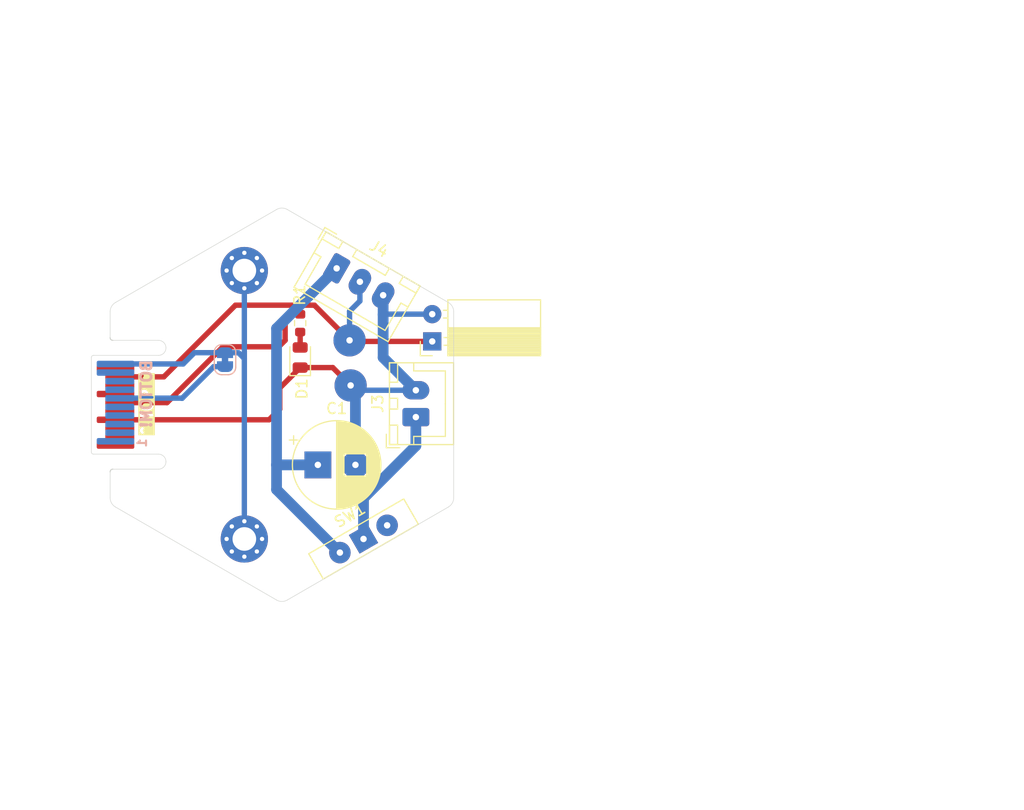
<source format=kicad_pcb>
(kicad_pcb (version 20240108) (generator "pcbnew") (generator_version "8.0")
  (layers (0 "F.Cu" signal) (31 "B.Cu" signal) (34 "B.Paste" user) (35 "F.Paste" user) (36 "B.SilkS" user "B.Silkscreen") (37 "F.SilkS" user "F.Silkscreen") (38 "B.Mask" user) (39 "F.Mask" user) (44 "Edge.Cuts" user))
  (net 0 "")
  (net 1 "/GND")
  (net 2 "/SDA")
  (net 3 "/SCL")
  (net 4 "/LS_C")
  (net 5 "/LS_D")
  (net 6 "/LS_E")
  (net 7 "/HS_F")
  (net 8 "/HS_G")
  (net 9 "/3V3")
  (net 10 "/HS_H")
  (net 11 "/HS_I")
  (net 12 "Net-(D1-A)")
  (net 13 "/HEXP_DET")
  (net 16 "Net-(J3-Pin_1)")
  (net 17 "/Bat+")
  (footprint "tildagon:hexpansion-edge-connector" (layer "F.Cu") (at 98.25 100)
    (property "Reference" "J1" (hide yes))
    (property "Value" "Hexpansion-Connector" (hide yes))
    (fp_line (start 0 4.4) (end 0 -4.4) (stroke (width 0.05)) (layer "Edge.Cuts"))
    (fp_line (start 6.25 -6) (end 2 -6) (stroke (width 0.05)) (layer "Edge.Cuts"))
    (fp_line (start 6.25 -4.6) (end 0.2 -4.6) (stroke (width 0.05)) (layer "Edge.Cuts"))
    (fp_line (start 6.25 4.6) (end 0.2 4.6) (stroke (width 0.05)) (layer "Edge.Cuts"))
    (fp_line (start 6.25 6) (end 2 6) (stroke (width 0.05)) (layer "Edge.Cuts"))
    (fp_arc (start 0 -4.4) (mid 0.058579 -4.541421) (end 0.2 -4.6) (stroke (width 0.05)) (layer "Edge.Cuts"))
    (fp_arc (start 0.2 4.6) (mid 0.058579 4.541421) (end 0 4.4) (stroke (width 0.05)) (layer "Edge.Cuts"))
    (fp_arc (start 6.25 -6) (mid 6.744975 -5.794975) (end 6.95 -5.3) (stroke (width 0.05)) (layer "Edge.Cuts"))
    (fp_arc (start 6.25 4.6) (mid 6.744975 4.805025) (end 6.95 5.3) (stroke (width 0.05)) (layer "Edge.Cuts"))
    (fp_arc (start 6.95 -5.3) (mid 6.744975 -4.805025) (end 6.25 -4.6) (stroke (width 0.05)) (layer "Edge.Cuts"))
    (fp_arc (start 6.95 5.3) (mid 6.744975 5.794975) (end 6.25 6) (stroke (width 0.05)) (layer "Edge.Cuts"))
    (fp_text user "BOTTOM!" (at 5.7 -4.3 90) (layer "B.SilkS") (effects (font (thickness 0.25) (bold yes)) (justify left bottom mirror)))
    (fp_text user "1" (at 5.2 3.05 90) (layer "B.SilkS") (effects (font (size 0.8 0.8) (thickness 0.2) (bold yes)) (justify left bottom mirror)))
    (fp_text user "^ TOP ^" (at 5.8 2.85 90) (layer "F.SilkS" knockout) (effects (font (thickness 0.25) (bold yes)) (justify left bottom)))
    (pad "1" smd roundrect (at 2.25 3.4) (size 3.5 0.6) (layers "B.Cu" "B.Mask") (net 1 "/GND"))
    (pad "2" smd roundrect (at 2.65 2.6) (size 2.7 0.6) (layers "B.Cu" "B.Mask"))
    (pad "3" smd roundrect (at 2.65 1.8) (size 2.7 0.6) (layers "B.Cu" "B.Mask"))
    (pad "4" smd roundrect (at 2.65 1) (size 2.7 0.6) (layers "B.Cu" "B.Mask") (net 2 "/SDA"))
    (pad "5" smd roundrect (at 2.65 0.2) (size 2.7 0.6) (layers "B.Cu" "B.Mask") (net 3 "/SCL"))
    (pad "6" smd roundrect (at 2.65 -0.6) (size 2.7 0.6) (layers "B.Cu" "B.Mask") (net 13 "/HEXP_DET"))
    (pad "7" smd roundrect (at 2.65 -1.4) (size 2.7 0.6) (layers "B.Cu" "B.Mask") (net 4 "/LS_C"))
    (pad "8" smd roundrect (at 2.65 -2.2) (size 2.7 0.6) (layers "B.Cu" "B.Mask") (net 5 "/LS_D"))
    (pad "9" smd roundrect (at 2.25 -3) (size 3.5 0.6) (layers "B.Cu" "B.Mask") (net 6 "/LS_E"))
    (pad "10" smd roundrect (at 2.25 -3.8) (size 3.5 0.6) (layers "B.Cu" "B.Mask") (net 1 "/GND"))
    (pad "11" smd roundrect (at 2.25 -3.4 180) (size 3.5 0.6) (layers "F.Cu" "F.Mask") (net 1 "/GND"))
    (pad "12" smd roundrect (at 2.65 -2.6 180) (size 2.7 0.6) (layers "F.Cu" "F.Mask") (net 7 "/HS_F"))
    (pad "13" smd roundrect (at 2.65 -1.8 180) (size 2.7 0.6) (layers "F.Cu" "F.Mask") (net 8 "/HS_G"))
    (pad "14" smd roundrect (at 2.25 -1 180) (size 3.5 0.6) (layers "F.Cu" "F.Mask") (net 1 "/GND"))
    (pad "15" smd roundrect (at 2.65 -0.2 180) (size 2.7 0.6) (layers "F.Cu" "F.Mask") (net 9 "/3V3"))
    (pad "16" smd roundrect (at 2.65 0.6 180) (size 2.7 0.6) (layers "F.Cu" "F.Mask") (net 9 "/3V3"))
    (pad "17" smd roundrect (at 2.25 1.4 180) (size 3.5 0.6) (layers "F.Cu" "F.Mask") (net 1 "/GND"))
    (pad "18" smd roundrect (at 2.65 2.2 180) (size 2.7 0.6) (layers "F.Cu" "F.Mask") (net 10 "/HS_H"))
    (pad "19" smd roundrect (at 2.65 3 180) (size 2.7 0.6) (layers "F.Cu" "F.Mask") (net 11 "/HS_I"))
    (pad "20" smd roundrect (at 2.25 3.8 180) (size 3.5 0.6) (layers "F.Cu" "F.Mask") (net 1 "/GND"))
  )
  (footprint "Connector_JST:JST_XH_B2B-XH-A_1x02_P2.50mm_Vertical" (layer "F.Cu") (at 128.475 101.15 90)
    (property "Reference" "J3" (at 1.25 -3.55 -90) (layer "F.SilkS"))
    (property "Value" "Conn_01x02_Pin" (hide yes))
    (fp_line (start -1.6 -2.75) (end -2.85 -2.75) (stroke (width 0.12)) (layer "F.SilkS"))
    (fp_line (start -2.85 -2.75) (end -2.85 -1.5) (stroke (width 0.12)) (layer "F.SilkS"))
    (fp_line (start 5.06 -2.46) (end -2.56 -2.46) (stroke (width 0.12)) (layer "F.SilkS"))
    (fp_line (start -2.56 -2.46) (end -2.56 3.51) (stroke (width 0.12)) (layer "F.SilkS"))
    (fp_line (start 5.05 -2.45) (end 3.25 -2.45) (stroke (width 0.12)) (layer "F.SilkS"))
    (fp_line (start 3.25 -2.45) (end 3.25 -1.7) (stroke (width 0.12)) (layer "F.SilkS"))
    (fp_line (start 1.75 -2.45) (end 0.75 -2.45) (stroke (width 0.12)) (layer "F.SilkS"))
    (fp_line (start 0.75 -2.45) (end 0.75 -1.7) (stroke (width 0.12)) (layer "F.SilkS"))
    (fp_line (start -0.75 -2.45) (end -2.55 -2.45) (stroke (width 0.12)) (layer "F.SilkS"))
    (fp_line (start -2.55 -2.45) (end -2.55 -1.7) (stroke (width 0.12)) (layer "F.SilkS"))
    (fp_line (start 5.05 -1.7) (end 5.05 -2.45) (stroke (width 0.12)) (layer "F.SilkS"))
    (fp_line (start 3.25 -1.7) (end 5.05 -1.7) (stroke (width 0.12)) (layer "F.SilkS"))
    (fp_line (start 1.75 -1.7) (end 1.75 -2.45) (stroke (width 0.12)) (layer "F.SilkS"))
    (fp_line (start 0.75 -1.7) (end 1.75 -1.7) (stroke (width 0.12)) (layer "F.SilkS"))
    (fp_line (start -0.75 -1.7) (end -0.75 -2.45) (stroke (width 0.12)) (layer "F.SilkS"))
    (fp_line (start -2.55 -1.7) (end -0.75 -1.7) (stroke (width 0.12)) (layer "F.SilkS"))
    (fp_line (start 5.05 -0.2) (end 4.3 -0.2) (stroke (width 0.12)) (layer "F.SilkS"))
    (fp_line (start 4.3 -0.2) (end 4.3 2.75) (stroke (width 0.12)) (layer "F.SilkS"))
    (fp_line (start -1.8 -0.2) (end -1.8 2.75) (stroke (width 0.12)) (layer "F.SilkS"))
    (fp_line (start -2.55 -0.2) (end -1.8 -0.2) (stroke (width 0.12)) (layer "F.SilkS"))
    (fp_line (start 4.3 2.75) (end 1.25 2.75) (stroke (width 0.12)) (layer "F.SilkS"))
    (fp_line (start -1.8 2.75) (end 1.25 2.75) (stroke (width 0.12)) (layer "F.SilkS"))
    (fp_line (start 5.06 3.51) (end 5.06 -2.46) (stroke (width 0.12)) (layer "F.SilkS"))
    (fp_line (start -2.56 3.51) (end 5.06 3.51) (stroke (width 0.12)) (layer "F.SilkS"))
    (pad "1" thru_hole roundrect (at 0 0 90) (size 1.7 2.5) (drill 0.6) (layers "*.Cu" "*.Mask") (roundrect_rratio 0.147059) (net 16 "Net-(J3-Pin_1)"))
    (pad "2" thru_hole oval (at 2.5 0 90) (size 1.7 2.5) (drill 0.6) (layers "*.Cu" "*.Mask") (net 1 "/GND"))
  )
  (footprint "LED_SMD:LED_0805_2012Metric" (layer "F.Cu") (at 117.7 95.6 90)
    (property "Reference" "D1" (at -2.92 0.16 -90) (layer "F.SilkS"))
    (property "Value" "LED" (hide yes))
    (fp_line (start 1 -0.96) (end -1.685 -0.96) (stroke (width 0.12)) (layer "F.SilkS"))
    (fp_line (start -1.685 -0.96) (end -1.685 0.96) (stroke (width 0.12)) (layer "F.SilkS"))
    (fp_line (start -1.685 0.96) (end 1 0.96) (stroke (width 0.12)) (layer "F.SilkS"))
    (pad "1" smd roundrect (at -0.9375 0 90) (size 0.975 1.4) (layers "F.Cu" "F.Paste" "F.Mask") (net 1 "/GND"))
    (pad "2" smd roundrect (at 0.9375 0 90) (size 0.975 1.4) (layers "F.Cu" "F.Paste" "F.Mask") (net 12 "Net-(D1-A)"))
  )
  (footprint "Connector_PinSocket_2.54mm:PinSocket_1x02_P2.54mm_Horizontal" (layer "F.Cu") (at 130 94.1 180)
    (property "Reference" "J2" (hide yes))
    (property "Value" "Conn_01x02_Socket" (hide yes))
    (fp_line (start 1.11 -1.33) (end 1.11 0) (stroke (width 0.12)) (layer "F.SilkS"))
    (fp_line (start 0 -1.33) (end 1.11 -1.33) (stroke (width 0.12)) (layer "F.SilkS"))
    (fp_line (start -1.46 2.9) (end -1.05 2.9) (stroke (width 0.12)) (layer "F.SilkS"))
    (fp_line (start -1.46 2.18) (end -1.05 2.18) (stroke (width 0.12)) (layer "F.SilkS"))
    (fp_line (start -1.46 0.36) (end -1.11 0.36) (stroke (width 0.12)) (layer "F.SilkS"))
    (fp_line (start -1.46 -0.36) (end -1.11 -0.36) (stroke (width 0.12)) (layer "F.SilkS"))
    (fp_line (start -1.46 -1.33) (end -1.46 3.87) (stroke (width 0.12)) (layer "F.SilkS"))
    (fp_line (start -10.09 3.87) (end -1.46 3.87) (stroke (width 0.12)) (layer "F.SilkS"))
    (fp_line (start -10.09 1.27) (end -1.46 1.27) (stroke (width 0.12)) (layer "F.SilkS"))
    (fp_line (start -10.09 1.1519) (end -1.46 1.1519) (stroke (width 0.12)) (layer "F.SilkS"))
    (fp_line (start -10.09 1.033805) (end -1.46 1.033805) (stroke (width 0.12)) (layer "F.SilkS"))
    (fp_line (start -10.09 0.91571) (end -1.46 0.91571) (stroke (width 0.12)) (layer "F.SilkS"))
    (fp_line (start -10.09 0.797615) (end -1.46 0.797615) (stroke (width 0.12)) (layer "F.SilkS"))
    (fp_line (start -10.09 0.67952) (end -1.46 0.67952) (stroke (width 0.12)) (layer "F.SilkS"))
    (fp_line (start -10.09 0.561425) (end -1.46 0.561425) (stroke (width 0.12)) (layer "F.SilkS"))
    (fp_line (start -10.09 0.44333) (end -1.46 0.44333) (stroke (width 0.12)) (layer "F.SilkS"))
    (fp_line (start -10.09 0.325235) (end -1.46 0.325235) (stroke (width 0.12)) (layer "F.SilkS"))
    (fp_line (start -10.09 0.20714) (end -1.46 0.20714) (stroke (width 0.12)) (layer "F.SilkS"))
    (fp_line (start -10.09 0.089045) (end -1.46 0.089045) (stroke (width 0.12)) (layer "F.SilkS"))
    (fp_line (start -10.09 -0.02905) (end -1.46 -0.02905) (stroke (width 0.12)) (layer "F.SilkS"))
    (fp_line (start -10.09 -0.147145) (end -1.46 -0.147145) (stroke (width 0.12)) (layer "F.SilkS"))
    (fp_line (start -10.09 -0.26524) (end -1.46 -0.26524) (stroke (width 0.12)) (layer "F.SilkS"))
    (fp_line (start -10.09 -0.383335) (end -1.46 -0.383335) (stroke (width 0.12)) (layer "F.SilkS"))
    (fp_line (start -10.09 -0.50143) (end -1.46 -0.50143) (stroke (width 0.12)) (layer "F.SilkS"))
    (fp_line (start -10.09 -0.619525) (end -1.46 -0.619525) (stroke (width 0.12)) (layer "F.SilkS"))
    (fp_line (start -10.09 -0.73762) (end -1.46 -0.73762) (stroke (width 0.12)) (layer "F.SilkS"))
    (fp_line (start -10.09 -0.855715) (end -1.46 -0.855715) (stroke (width 0.12)) (layer "F.SilkS"))
    (fp_line (start -10.09 -0.97381) (end -1.46 -0.97381) (stroke (width 0.12)) (layer "F.SilkS"))
    (fp_line (start -10.09 -1.091905) (end -1.46 -1.091905) (stroke (width 0.12)) (layer "F.SilkS"))
    (fp_line (start -10.09 -1.21) (end -1.46 -1.21) (stroke (width 0.12)) (layer "F.SilkS"))
    (fp_line (start -10.09 -1.33) (end -1.46 -1.33) (stroke (width 0.12)) (layer "F.SilkS"))
    (fp_line (start -10.09 -1.33) (end -10.09 3.87) (stroke (width 0.12)) (layer "F.SilkS"))
    (pad "1" thru_hole rect (at 0 0 180) (size 1.7 1.7) (drill 0.6) (layers "*.Cu" "*.Mask") (net 7 "/HS_F"))
    (pad "2" thru_hole oval (at 0 2.54 180) (size 1.7 1.7) (drill 0.6) (layers "*.Cu" "*.Mask") (net 1 "/GND"))
  )
  (footprint "Capacitor_THT:CP_Radial_D8.0mm_P3.50mm" (layer "F.Cu") (at 119.347349 105.6)
    (property "Reference" "C1" (at 1.75 -5.25 0) (layer "F.SilkS"))
    (property "Value" "C_Polarized")
    (fp_line (start -2.659698 -2.315) (end -1.859698 -2.315) (stroke (width 0.12)) (layer "F.SilkS"))
    (fp_line (start -2.259698 -2.715) (end -2.259698 -1.915) (stroke (width 0.12)) (layer "F.SilkS"))
    (fp_line (start 1.75 -4.08) (end 1.75 4.08) (stroke (width 0.12)) (layer "F.SilkS"))
    (fp_line (start 1.79 -4.08) (end 1.79 4.08) (stroke (width 0.12)) (layer "F.SilkS"))
    (fp_line (start 1.83 -4.08) (end 1.83 4.08) (stroke (width 0.12)) (layer "F.SilkS"))
    (fp_line (start 1.87 -4.079) (end 1.87 4.079) (stroke (width 0.12)) (layer "F.SilkS"))
    (fp_line (start 1.91 -4.077) (end 1.91 4.077) (stroke (width 0.12)) (layer "F.SilkS"))
    (fp_line (start 1.95 -4.076) (end 1.95 4.076) (stroke (width 0.12)) (layer "F.SilkS"))
    (fp_line (start 1.99 -4.074) (end 1.99 4.074) (stroke (width 0.12)) (layer "F.SilkS"))
    (fp_line (start 2.03 -4.071) (end 2.03 4.071) (stroke (width 0.12)) (layer "F.SilkS"))
    (fp_line (start 2.07 -4.068) (end 2.07 4.068) (stroke (width 0.12)) (layer "F.SilkS"))
    (fp_line (start 2.11 -4.065) (end 2.11 4.065) (stroke (width 0.12)) (layer "F.SilkS"))
    (fp_line (start 2.15 -4.061) (end 2.15 4.061) (stroke (width 0.12)) (layer "F.SilkS"))
    (fp_line (start 2.19 -4.057) (end 2.19 4.057) (stroke (width 0.12)) (layer "F.SilkS"))
    (fp_line (start 2.23 -4.052) (end 2.23 4.052) (stroke (width 0.12)) (layer "F.SilkS"))
    (fp_line (start 2.27 -4.048) (end 2.27 4.048) (stroke (width 0.12)) (layer "F.SilkS"))
    (fp_line (start 2.31 -4.042) (end 2.31 4.042) (stroke (width 0.12)) (layer "F.SilkS"))
    (fp_line (start 2.35 -4.037) (end 2.35 4.037) (stroke (width 0.12)) (layer "F.SilkS"))
    (fp_line (start 2.39 -4.03) (end 2.39 4.03) (stroke (width 0.12)) (layer "F.SilkS"))
    (fp_line (start 2.43 -4.024) (end 2.43 4.024) (stroke (width 0.12)) (layer "F.SilkS"))
    (fp_line (start 2.471 -4.017) (end 2.471 -1.04) (stroke (width 0.12)) (layer "F.SilkS"))
    (fp_line (start 2.471 1.04) (end 2.471 4.017) (stroke (width 0.12)) (layer "F.SilkS"))
    (fp_line (start 2.511 -4.01) (end 2.511 -1.04) (stroke (width 0.12)) (layer "F.SilkS"))
    (fp_line (start 2.511 1.04) (end 2.511 4.01) (stroke (width 0.12)) (layer "F.SilkS"))
    (fp_line (start 2.551 -4.002) (end 2.551 -1.04) (stroke (width 0.12)) (layer "F.SilkS"))
    (fp_line (start 2.551 1.04) (end 2.551 4.002) (stroke (width 0.12)) (layer "F.SilkS"))
    (fp_line (start 2.591 -3.994) (end 2.591 -1.04) (stroke (width 0.12)) (layer "F.SilkS"))
    (fp_line (start 2.591 1.04) (end 2.591 3.994) (stroke (width 0.12)) (layer "F.SilkS"))
    (fp_line (start 2.631 -3.985) (end 2.631 -1.04) (stroke (width 0.12)) (layer "F.SilkS"))
    (fp_line (start 2.631 1.04) (end 2.631 3.985) (stroke (width 0.12)) (layer "F.SilkS"))
    (fp_line (start 2.671 -3.976) (end 2.671 -1.04) (stroke (width 0.12)) (layer "F.SilkS"))
    (fp_line (start 2.671 1.04) (end 2.671 3.976) (stroke (width 0.12)) (layer "F.SilkS"))
    (fp_line (start 2.711 -3.967) (end 2.711 -1.04) (stroke (width 0.12)) (layer "F.SilkS"))
    (fp_line (start 2.711 1.04) (end 2.711 3.967) (stroke (width 0.12)) (layer "F.SilkS"))
    (fp_line (start 2.751 -3.957) (end 2.751 -1.04) (stroke (width 0.12)) (layer "F.SilkS"))
    (fp_line (start 2.751 1.04) (end 2.751 3.957) (stroke (width 0.12)) (layer "F.SilkS"))
    (fp_line (start 2.791 -3.947) (end 2.791 -1.04) (stroke (width 0.12)) (layer "F.SilkS"))
    (fp_line (start 2.791 1.04) (end 2.791 3.947) (stroke (width 0.12)) (layer "F.SilkS"))
    (fp_line (start 2.831 -3.936) (end 2.831 -1.04) (stroke (width 0.12)) (layer "F.SilkS"))
    (fp_line (start 2.831 1.04) (end 2.831 3.936) (stroke (width 0.12)) (layer "F.SilkS"))
    (fp_line (start 2.871 -3.925) (end 2.871 -1.04) (stroke (width 0.12)) (layer "F.SilkS"))
    (fp_line (start 2.871 1.04) (end 2.871 3.925) (stroke (width 0.12)) (layer "F.SilkS"))
    (fp_line (start 2.911 -3.914) (end 2.911 -1.04) (stroke (width 0.12)) (layer "F.SilkS"))
    (fp_line (start 2.911 1.04) (end 2.911 3.914) (stroke (width 0.12)) (layer "F.SilkS"))
    (fp_line (start 2.951 -3.902) (end 2.951 -1.04) (stroke (width 0.12)) (layer "F.SilkS"))
    (fp_line (start 2.951 1.04) (end 2.951 3.902) (stroke (width 0.12)) (layer "F.SilkS"))
    (fp_line (start 2.991 -3.889) (end 2.991 -1.04) (stroke (width 0.12)) (layer "F.SilkS"))
    (fp_line (start 2.991 1.04) (end 2.991 3.889) (stroke (width 0.12)) (layer "F.SilkS"))
    (fp_line (start 3.031 -3.877) (end 3.031 -1.04) (stroke (width 0.12)) (layer "F.SilkS"))
    (fp_line (start 3.031 1.04) (end 3.031 3.877) (stroke (width 0.12)) (layer "F.SilkS"))
    (fp_line (start 3.071 -3.863) (end 3.071 -1.04) (stroke (width 0.12)) (layer "F.SilkS"))
    (fp_line (start 3.071 1.04) (end 3.071 3.863) (stroke (width 0.12)) (layer "F.SilkS"))
    (fp_line (start 3.111 -3.85) (end 3.111 -1.04) (stroke (width 0.12)) (layer "F.SilkS"))
    (fp_line (start 3.111 1.04) (end 3.111 3.85) (stroke (width 0.12)) (layer "F.SilkS"))
    (fp_line (start 3.151 -3.835) (end 3.151 -1.04) (stroke (width 0.12)) (layer "F.SilkS"))
    (fp_line (start 3.151 1.04) (end 3.151 3.835) (stroke (width 0.12)) (layer "F.SilkS"))
    (fp_line (start 3.191 -3.821) (end 3.191 -1.04) (stroke (width 0.12)) (layer "F.SilkS"))
    (fp_line (start 3.191 1.04) (end 3.191 3.821) (stroke (width 0.12)) (layer "F.SilkS"))
    (fp_line (start 3.231 -3.805) (end 3.231 -1.04) (stroke (width 0.12)) (layer "F.SilkS"))
    (fp_line (start 3.231 1.04) (end 3.231 3.805) (stroke (width 0.12)) (layer "F.SilkS"))
    (fp_line (start 3.271 -3.79) (end 3.271 -1.04) (stroke (width 0.12)) (layer "F.SilkS"))
    (fp_line (start 3.271 1.04) (end 3.271 3.79) (stroke (width 0.12)) (layer "F.SilkS"))
    (fp_line (start 3.311 -3.774) (end 3.311 -1.04) (stroke (width 0.12)) (layer "F.SilkS"))
    (fp_line (start 3.311 1.04) (end 3.311 3.774) (stroke (width 0.12)) (layer "F.SilkS"))
    (fp_line (start 3.351 -3.757) (end 3.351 -1.04) (stroke (width 0.12)) (layer "F.SilkS"))
    (fp_line (start 3.351 1.04) (end 3.351 3.757) (stroke (width 0.12)) (layer "F.SilkS"))
    (fp_line (start 3.391 -3.74) (end 3.391 -1.04) (stroke (width 0.12)) (layer "F.SilkS"))
    (fp_line (start 3.391 1.04) (end 3.391 3.74) (stroke (width 0.12)) (layer "F.SilkS"))
    (fp_line (start 3.431 -3.722) (end 3.431 -1.04) (stroke (width 0.12)) (layer "F.SilkS"))
    (fp_line (start 3.431 1.04) (end 3.431 3.722) (stroke (width 0.12)) (layer "F.SilkS"))
    (fp_line (start 3.471 -3.704) (end 3.471 -1.04) (stroke (width 0.12)) (layer "F.SilkS"))
    (fp_line (start 3.471 1.04) (end 3.471 3.704) (stroke (width 0.12)) (layer "F.SilkS"))
    (fp_line (start 3.511 -3.686) (end 3.511 -1.04) (stroke (width 0.12)) (layer "F.SilkS"))
    (fp_line (start 3.511 1.04) (end 3.511 3.686) (stroke (width 0.12)) (layer "F.SilkS"))
    (fp_line (start 3.551 -3.666) (end 3.551 -1.04) (stroke (width 0.12)) (layer "F.SilkS"))
    (fp_line (start 3.551 1.04) (end 3.551 3.666) (stroke (width 0.12)) (layer "F.SilkS"))
    (fp_line (start 3.591 -3.647) (end 3.591 -1.04) (stroke (width 0.12)) (layer "F.SilkS"))
    (fp_line (start 3.591 1.04) (end 3.591 3.647) (stroke (width 0.12)) (layer "F.SilkS"))
    (fp_line (start 3.631 -3.627) (end 3.631 -1.04) (stroke (width 0.12)) (layer "F.SilkS"))
    (fp_line (start 3.631 1.04) (end 3.631 3.627) (stroke (width 0.12)) (layer "F.SilkS"))
    (fp_line (start 3.671 -3.606) (end 3.671 -1.04) (stroke (width 0.12)) (layer "F.SilkS"))
    (fp_line (start 3.671 1.04) (end 3.671 3.606) (stroke (width 0.12)) (layer "F.SilkS"))
    (fp_line (start 3.711 -3.584) (end 3.711 -1.04) (stroke (width 0.12)) (layer "F.SilkS"))
    (fp_line (start 3.711 1.04) (end 3.711 3.584) (stroke (width 0.12)) (layer "F.SilkS"))
    (fp_line (start 3.751 -3.562) (end 3.751 -1.04) (stroke (width 0.12)) (layer "F.SilkS"))
    (fp_line (start 3.751 1.04) (end 3.751 3.562) (stroke (width 0.12)) (layer "F.SilkS"))
    (fp_line (start 3.791 -3.54) (end 3.791 -1.04) (stroke (width 0.12)) (layer "F.SilkS"))
    (fp_line (start 3.791 1.04) (end 3.791 3.54) (stroke (width 0.12)) (layer "F.SilkS"))
    (fp_line (start 3.831 -3.517) (end 3.831 -1.04) (stroke (width 0.12)) (layer "F.SilkS"))
    (fp_line (start 3.831 1.04) (end 3.831 3.517) (stroke (width 0.12)) (layer "F.SilkS"))
    (fp_line (start 3.871 -3.493) (end 3.871 -1.04) (stroke (width 0.12)) (layer "F.SilkS"))
    (fp_line (start 3.871 1.04) (end 3.871 3.493) (stroke (width 0.12)) (layer "F.SilkS"))
    (fp_line (start 3.911 -3.469) (end 3.911 -1.04) (stroke (width 0.12)) (layer "F.SilkS"))
    (fp_line (start 3.911 1.04) (end 3.911 3.469) (stroke (width 0.12)) (layer "F.SilkS"))
    (fp_line (start 3.951 -3.444) (end 3.951 -1.04) (stroke (width 0.12)) (layer "F.SilkS"))
    (fp_line (start 3.951 1.04) (end 3.951 3.444) (stroke (width 0.12)) (layer "F.SilkS"))
    (fp_line (start 3.991 -3.418) (end 3.991 -1.04) (stroke (width 0.12)) (layer "F.SilkS"))
    (fp_line (start 3.991 1.04) (end 3.991 3.418) (stroke (width 0.12)) (layer "F.SilkS"))
    (fp_line (start 4.031 -3.392) (end 4.031 -1.04) (stroke (width 0.12)) (layer "F.SilkS"))
    (fp_line (start 4.031 1.04) (end 4.031 3.392) (stroke (width 0.12)) (layer "F.SilkS"))
    (fp_line (start 4.071 -3.365) (end 4.071 -1.04) (stroke (width 0.12)) (layer "F.SilkS"))
    (fp_line (start 4.071 1.04) (end 4.071 3.365) (stroke (width 0.12)) (layer "F.SilkS"))
    (fp_line (start 4.111 -3.338) (end 4.111 -1.04) (stroke (width 0.12)) (layer "F.SilkS"))
    (fp_line (start 4.111 1.04) (end 4.111 3.338) (stroke (width 0.12)) (layer "F.SilkS"))
    (fp_line (start 4.151 -3.309) (end 4.151 -1.04) (stroke (width 0.12)) (layer "F.SilkS"))
    (fp_line (start 4.151 1.04) (end 4.151 3.309) (stroke (width 0.12)) (layer "F.SilkS"))
    (fp_line (start 4.191 -3.28) (end 4.191 -1.04) (stroke (width 0.12)) (layer "F.SilkS"))
    (fp_line (start 4.191 1.04) (end 4.191 3.28) (stroke (width 0.12)) (layer "F.SilkS"))
    (fp_line (start 4.231 -3.25) (end 4.231 -1.04) (stroke (width 0.12)) (layer "F.SilkS"))
    (fp_line (start 4.231 1.04) (end 4.231 3.25) (stroke (width 0.12)) (layer "F.SilkS"))
    (fp_line (start 4.271 -3.22) (end 4.271 -1.04) (stroke (width 0.12)) (layer "F.SilkS"))
    (fp_line (start 4.271 1.04) (end 4.271 3.22) (stroke (width 0.12)) (layer "F.SilkS"))
    (fp_line (start 4.311 -3.189) (end 4.311 -1.04) (stroke (width 0.12)) (layer "F.SilkS"))
    (fp_line (start 4.311 1.04) (end 4.311 3.189) (stroke (width 0.12)) (layer "F.SilkS"))
    (fp_line (start 4.351 -3.156) (end 4.351 -1.04) (stroke (width 0.12)) (layer "F.SilkS"))
    (fp_line (start 4.351 1.04) (end 4.351 3.156) (stroke (width 0.12)) (layer "F.SilkS"))
    (fp_line (start 4.391 -3.124) (end 4.391 -1.04) (stroke (width 0.12)) (layer "F.SilkS"))
    (fp_line (start 4.391 1.04) (end 4.391 3.124) (stroke (width 0.12)) (layer "F.SilkS"))
    (fp_line (start 4.431 -3.09) (end 4.431 -1.04) (stroke (width 0.12)) (layer "F.SilkS"))
    (fp_line (start 4.431 1.04) (end 4.431 3.09) (stroke (width 0.12)) (layer "F.SilkS"))
    (fp_line (start 4.471 -3.055) (end 4.471 -1.04) (stroke (width 0.12)) (layer "F.SilkS"))
    (fp_line (start 4.471 1.04) (end 4.471 3.055) (stroke (width 0.12)) (layer "F.SilkS"))
    (fp_line (start 4.511 -3.019) (end 4.511 -1.04) (stroke (width 0.12)) (layer "F.SilkS"))
    (fp_line (start 4.511 1.04) (end 4.511 3.019) (stroke (width 0.12)) (layer "F.SilkS"))
    (fp_line (start 4.551 -2.983) (end 4.551 2.983) (stroke (width 0.12)) (layer "F.SilkS"))
    (fp_line (start 4.591 -2.945) (end 4.591 2.945) (stroke (width 0.12)) (layer "F.SilkS"))
    (fp_line (start 4.631 -2.907) (end 4.631 2.907) (stroke (width 0.12)) (layer "F.SilkS"))
    (fp_line (start 4.671 -2.867) (end 4.671 2.867) (stroke (width 0.12)) (layer "F.SilkS"))
    (fp_line (start 4.711 -2.826) (end 4.711 2.826) (stroke (width 0.12)) (layer "F.SilkS"))
    (fp_line (start 4.751 -2.784) (end 4.751 2.784) (stroke (width 0.12)) (layer "F.SilkS"))
    (fp_line (start 4.791 -2.741) (end 4.791 2.741) (stroke (width 0.12)) (layer "F.SilkS"))
    (fp_line (start 4.831 -2.697) (end 4.831 2.697) (stroke (width 0.12)) (layer "F.SilkS"))
    (fp_line (start 4.871 -2.651) (end 4.871 2.651) (stroke (width 0.12)) (layer "F.SilkS"))
    (fp_line (start 4.911 -2.604) (end 4.911 2.604) (stroke (width 0.12)) (layer "F.SilkS"))
    (fp_line (start 4.951 -2.556) (end 4.951 2.556) (stroke (width 0.12)) (layer "F.SilkS"))
    (fp_line (start 4.991 -2.505) (end 4.991 2.505) (stroke (width 0.12)) (layer "F.SilkS"))
    (fp_line (start 5.031 -2.454) (end 5.031 2.454) (stroke (width 0.12)) (layer "F.SilkS"))
    (fp_line (start 5.071 -2.4) (end 5.071 2.4) (stroke (width 0.12)) (layer "F.SilkS"))
    (fp_line (start 5.111 -2.345) (end 5.111 2.345) (stroke (width 0.12)) (layer "F.SilkS"))
    (fp_line (start 5.151 -2.287) (end 5.151 2.287) (stroke (width 0.12)) (layer "F.SilkS"))
    (fp_line (start 5.191 -2.228) (end 5.191 2.228) (stroke (width 0.12)) (layer "F.SilkS"))
    (fp_line (start 5.231 -2.166) (end 5.231 2.166) (stroke (width 0.12)) (layer "F.SilkS"))
    (fp_line (start 5.271 -2.102) (end 5.271 2.102) (stroke (width 0.12)) (layer "F.SilkS"))
    (fp_line (start 5.311 -2.034) (end 5.311 2.034) (stroke (width 0.12)) (layer "F.SilkS"))
    (fp_line (start 5.351 -1.964) (end 5.351 1.964) (stroke (width 0.12)) (layer "F.SilkS"))
    (fp_line (start 5.391 -1.89) (end 5.391 1.89) (stroke (width 0.12)) (layer "F.SilkS"))
    (fp_line (start 5.431 -1.813) (end 5.431 1.813) (stroke (width 0.12)) (layer "F.SilkS"))
    (fp_line (start 5.471 -1.731) (end 5.471 1.731) (stroke (width 0.12)) (layer "F.SilkS"))
    (fp_line (start 5.511 -1.645) (end 5.511 1.645) (stroke (width 0.12)) (layer "F.SilkS"))
    (fp_line (start 5.551 -1.552) (end 5.551 1.552) (stroke (width 0.12)) (layer "F.SilkS"))
    (fp_line (start 5.591 -1.453) (end 5.591 1.453) (stroke (width 0.12)) (layer "F.SilkS"))
    (fp_line (start 5.631 -1.346) (end 5.631 1.346) (stroke (width 0.12)) (layer "F.SilkS"))
    (fp_line (start 5.671 -1.229) (end 5.671 1.229) (stroke (width 0.12)) (layer "F.SilkS"))
    (fp_line (start 5.711 -1.098) (end 5.711 1.098) (stroke (width 0.12)) (layer "F.SilkS"))
    (fp_line (start 5.751 -0.948) (end 5.751 0.948) (stroke (width 0.12)) (layer "F.SilkS"))
    (fp_line (start 5.791 -0.768) (end 5.791 0.768) (stroke (width 0.12)) (layer "F.SilkS"))
    (fp_line (start 5.831 -0.533) (end 5.831 0.533) (stroke (width 0.12)) (layer "F.SilkS"))
    (fp_circle (center 1.75 0) (end 5.87 0) (stroke (width 0.12)) (fill none) (layer "F.SilkS"))
    (pad "1" thru_hole rect (at 0 0) (size 2.5 2.5) (drill 0.6) (layers "*.Cu" "*.Mask") (net 17 "/Bat+"))
    (pad "2" thru_hole circle (at 3.5 0) (size 2.5 2.5) (drill 0.6) (layers "*.Cu" "*.Mask") (net 1 "/GND"))
  )
  (footprint "Connector_JST:JST_XH_B3B-XH-A_1x03_P2.50mm_Vertical" (layer "F.Cu") (at 121.097437 87.295337 -30)
    (property "Reference" "J4" (at 2.500001 -3.55 150) (layer "F.SilkS"))
    (property "Value" "Conn_01x03_Pin" (hide yes))
    (fp_line (start -2.56 3.51) (end 7.56 3.51) (stroke (width 0.12)) (layer "F.SilkS"))
    (fp_line (start -1.8 2.75) (end 2.5 2.75) (stroke (width 0.12)) (layer "F.SilkS"))
    (fp_line (start -2.55 -0.2) (end -1.8 -0.2) (stroke (width 0.12)) (layer "F.SilkS"))
    (fp_line (start -1.8 -0.2) (end -1.8 2.75) (stroke (width 0.12)) (layer "F.SilkS"))
    (fp_line (start -2.55 -1.7) (end -0.75 -1.7) (stroke (width 0.12)) (layer "F.SilkS"))
    (fp_line (start -2.85 -2.75) (end -2.85 -1.5) (stroke (width 0.12)) (layer "F.SilkS"))
    (fp_line (start -2.56 -2.46) (end -2.56 3.51) (stroke (width 0.12)) (layer "F.SilkS"))
    (fp_line (start -2.55 -2.45) (end -2.55 -1.7) (stroke (width 0.12)) (layer "F.SilkS"))
    (fp_line (start -1.6 -2.75) (end -2.85 -2.75) (stroke (width 0.12)) (layer "F.SilkS"))
    (fp_line (start -0.75 -1.7) (end -0.75 -2.45) (stroke (width 0.12)) (layer "F.SilkS"))
    (fp_line (start -0.75 -2.45) (end -2.55 -2.45) (stroke (width 0.12)) (layer "F.SilkS"))
    (fp_line (start 0.75 -1.7) (end 4.25 -1.7) (stroke (width 0.12)) (layer "F.SilkS"))
    (fp_line (start 0.75 -2.45) (end 0.75 -1.7) (stroke (width 0.12)) (layer "F.SilkS"))
    (fp_line (start 6.8 2.75) (end 2.5 2.75) (stroke (width 0.12)) (layer "F.SilkS"))
    (fp_line (start 4.25 -1.7) (end 4.25 -2.45) (stroke (width 0.12)) (layer "F.SilkS"))
    (fp_line (start 7.56 3.51) (end 7.56 -2.46) (stroke (width 0.12)) (layer "F.SilkS"))
    (fp_line (start 4.25 -2.45) (end 0.75 -2.45) (stroke (width 0.12)) (layer "F.SilkS"))
    (fp_line (start 5.75 -1.7) (end 7.55 -1.7) (stroke (width 0.12)) (layer "F.SilkS"))
    (fp_line (start 6.8 -0.2) (end 6.8 2.75) (stroke (width 0.12)) (layer "F.SilkS"))
    (fp_line (start 5.75 -2.45) (end 5.75 -1.7) (stroke (width 0.12)) (layer "F.SilkS"))
    (fp_line (start 7.55 -0.2) (end 6.8 -0.2) (stroke (width 0.12)) (layer "F.SilkS"))
    (fp_line (start 7.55 -1.7) (end 7.55 -2.45) (stroke (width 0.12)) (layer "F.SilkS"))
    (fp_line (start 7.55 -2.45) (end 5.75 -2.45) (stroke (width 0.12)) (layer "F.SilkS"))
    (fp_line (start 7.56 -2.46) (end -2.56 -2.46) (stroke (width 0.12)) (layer "F.SilkS"))
    (pad "1" thru_hole roundrect (at 0 0 330) (size 1.7 2.5) (drill 0.6) (layers "*.Cu" "*.Mask") (roundrect_rratio 0.147059) (net 17 "/Bat+"))
    (pad "2" thru_hole oval (at 2.5 0 330) (size 1.7 2.5) (drill 0.6) (layers "*.Cu" "*.Mask") (net 7 "/HS_F"))
    (pad "3" thru_hole oval (at 5 0 330) (size 1.7 2.5) (drill 0.6) (layers "*.Cu" "*.Mask") (net 1 "/GND"))
  )
  (footprint "MountingHole:MountingHole_2.2mm_M2_Pad_Via" (layer "F.Cu") (at 112.5 87.5)
    (property "Reference" "H2" (hide yes))
    (property "Value" "MountingHole_Pad" (hide yes))
    (pad "1" thru_hole circle (at -1.65 0) (size 0.7 0.7) (drill 0.4) (layers "*.Cu" "*.Mask") (net 1 "/GND"))
    (pad "1" thru_hole circle (at -1.166726 -1.166726) (size 0.7 0.7) (drill 0.4) (layers "*.Cu" "*.Mask") (net 1 "/GND"))
    (pad "1" thru_hole circle (at -1.166726 1.166726) (size 0.7 0.7) (drill 0.4) (layers "*.Cu" "*.Mask") (net 1 "/GND"))
    (pad "1" thru_hole circle (at 0 -1.65) (size 0.7 0.7) (drill 0.4) (layers "*.Cu" "*.Mask") (net 1 "/GND"))
    (pad "1" thru_hole circle (at 0 0) (size 4.4 4.4) (drill 2.2) (layers "*.Cu" "*.Mask") (net 1 "/GND"))
    (pad "1" thru_hole circle (at 0 1.65) (size 0.7 0.7) (drill 0.4) (layers "*.Cu" "*.Mask") (net 1 "/GND"))
    (pad "1" thru_hole circle (at 1.166726 -1.166726) (size 0.7 0.7) (drill 0.4) (layers "*.Cu" "*.Mask") (net 1 "/GND"))
    (pad "1" thru_hole circle (at 1.166726 1.166726) (size 0.7 0.7) (drill 0.4) (layers "*.Cu" "*.Mask") (net 1 "/GND"))
    (pad "1" thru_hole circle (at 1.65 0) (size 0.7 0.7) (drill 0.4) (layers "*.Cu" "*.Mask") (net 1 "/GND"))
  )
  (footprint "Resistor_SMD:R_0603_1608Metric" (layer "F.Cu") (at 117.7 92.4 -90)
    (property "Reference" "R1" (at -2.61 0.05 90) (layer "F.SilkS"))
    (property "Value" "R")
    (fp_line (start -0.237258 0.5225) (end 0.237258 0.5225) (stroke (width 0.12)) (layer "F.SilkS"))
    (fp_line (start -0.237258 -0.5225) (end 0.237258 -0.5225) (stroke (width 0.12)) (layer "F.SilkS"))
    (pad "1" smd roundrect (at -0.825 0 270) (size 0.8 0.95) (layers "F.Cu" "F.Paste" "F.Mask") (net 9 "/3V3"))
    (pad "2" smd roundrect (at 0.825 0 270) (size 0.8 0.95) (layers "F.Cu" "F.Paste" "F.Mask") (net 12 "Net-(D1-A)"))
  )
  (footprint "Button_Switch_THT:SW_Slide-03_Wuerth-WS-SLTV_10x2.5x6.4_P2.54mm" (layer "F.Cu") (at 123.6 112.5 30)
    (property "Reference" "SW1" (at 0 -2.54 30) (layer "F.SilkS"))
    (property "Value" "SW_Wuerth_450301014042" (hide yes))
    (fp_poly (pts (xy -5.11 -1.36) (xy 5.11 -1.36) (xy 5.11 1.36) (xy -5.11 1.36)) (stroke (width 0.12)) (fill none) (layer "F.SilkS"))
    (pad "1" thru_hole rect (at 0 0 30) (size 2 2) (drill 0.6) (layers "*.Cu" "*.Mask") (net 16 "Net-(J3-Pin_1)"))
    (pad "2" thru_hole circle (at -2.54 0 30) (size 2 2) (drill 0.6) (layers "*.Cu" "*.Mask") (net 17 "/Bat+"))
    (pad "3" thru_hole circle (at 2.54 0 30) (size 2 2) (drill 0.6) (layers "*.Cu" "*.Mask"))
  )
  (footprint "MountingHole:MountingHole_2.2mm_M2_Pad_Via" (layer "F.Cu") (at 112.5 112.5)
    (property "Reference" "H1" (hide yes))
    (property "Value" "MountingHole_Pad" (hide yes))
    (pad "1" thru_hole circle (at -1.65 0) (size 0.7 0.7) (drill 0.4) (layers "*.Cu" "*.Mask") (net 1 "/GND"))
    (pad "1" thru_hole circle (at -1.166726 -1.166726) (size 0.7 0.7) (drill 0.4) (layers "*.Cu" "*.Mask") (net 1 "/GND"))
    (pad "1" thru_hole circle (at -1.166726 1.166726) (size 0.7 0.7) (drill 0.4) (layers "*.Cu" "*.Mask") (net 1 "/GND"))
    (pad "1" thru_hole circle (at 0 -1.65) (size 0.7 0.7) (drill 0.4) (layers "*.Cu" "*.Mask") (net 1 "/GND"))
    (pad "1" thru_hole circle (at 0 0) (size 4.4 4.4) (drill 2.2) (layers "*.Cu" "*.Mask") (net 1 "/GND"))
    (pad "1" thru_hole circle (at 0 1.65) (size 0.7 0.7) (drill 0.4) (layers "*.Cu" "*.Mask") (net 1 "/GND"))
    (pad "1" thru_hole circle (at 1.166726 -1.166726) (size 0.7 0.7) (drill 0.4) (layers "*.Cu" "*.Mask") (net 1 "/GND"))
    (pad "1" thru_hole circle (at 1.166726 1.166726) (size 0.7 0.7) (drill 0.4) (layers "*.Cu" "*.Mask") (net 1 "/GND"))
    (pad "1" thru_hole circle (at 1.65 0) (size 0.7 0.7) (drill 0.4) (layers "*.Cu" "*.Mask") (net 1 "/GND"))
  )
  (footprint "Jumper:SolderJumper-2_P1.3mm_Bridged_RoundedPad1.0x1.5mm" (layer "B.Cu") (at 110.7 95.8 90)
    (property "Reference" "JP1" (hide yes))
    (property "Value" "SolderJumper_2_Bridged" (hide yes))
    (fp_poly (pts (xy 0.25 0.3) (xy -0.25 0.3) (xy -0.25 -0.3) (xy 0.25 -0.3)) (fill solid) (layer "B.Cu"))
    (fp_line (start -0.7 -1) (end 0.7 -1) (stroke (width 0.12)) (layer "B.SilkS"))
    (fp_line (start 1.4 -0.3) (end 1.4 0.3) (stroke (width 0.12)) (layer "B.SilkS"))
    (fp_line (start -1.4 0.3) (end -1.4 -0.3) (stroke (width 0.12)) (layer "B.SilkS"))
    (fp_line (start 0.7 1) (end -0.7 1) (stroke (width 0.12)) (layer "B.SilkS"))
    (fp_arc (start 0.7 -1) (mid 1.194975 -0.794975) (end 1.4 -0.3) (stroke (width 0.12)) (layer "B.SilkS"))
    (fp_arc (start -1.4 -0.3) (mid -1.194975 -0.794975) (end -0.7 -1) (stroke (width 0.12)) (layer "B.SilkS"))
    (fp_arc (start 1.4 0.3) (mid 1.194975 0.794975) (end 0.7 1) (stroke (width 0.12)) (layer "B.SilkS"))
    (fp_arc (start -0.7 1) (mid -1.194975 0.794975) (end -1.4 0.3) (stroke (width 0.12)) (layer "B.SilkS"))
    (pad "1" smd custom (at -0.65 0 90) (size 1 0.5) (layers "B.Cu" "B.Mask") (net 13 "/HEXP_DET") (options (clearance outline) (anchor rect)) (primitives (gr_circle (center 0 -0.25) (end 0.5 -0.25) (width 0) (fill yes)) (gr_circle (center 0 0.25) (end 0.5 0.25) (width 0) (fill yes)) (gr_poly (pts (xy 0.5 -0.75) (xy 0 -0.75) (xy 0 0.75) (xy 0.5 0.75)) (width 0) (fill yes))))
    (pad "2" smd custom (at 0.65 0 90) (size 1 0.5) (layers "B.Cu" "B.Mask") (net 1 "/GND") (options (clearance outline) (anchor rect)) (primitives (gr_circle (center 0 -0.25) (end 0.5 -0.25) (width 0) (fill yes)) (gr_circle (center 0 0.25) (end 0.5 0.25) (width 0) (fill yes)) (gr_poly (pts (xy 0 -0.75) (xy -0.5 -0.75) (xy -0.5 0.75) (xy 0 0.75)) (width 0) (fill yes))))
  )
  (gr_line (start 100.5 90.473725) (end 115.499995 81.813472) (stroke (width 0.05)) (layer "Edge.Cuts"))
  (gr_arc (start 131.499989 90.473725) (mid 131.866015 90.83975) (end 131.999989 91.33975) (stroke (width 0.05)) (layer "Edge.Cuts"))
  (gr_arc (start 100.25 94) (mid 100.073223 93.926777) (end 100 93.75) (stroke (width 0.1)) (layer "Edge.Cuts"))
  (gr_arc (start 115.499995 81.813472) (mid 115.999995 81.679497) (end 116.499995 81.813472) (stroke (width 0.05)) (layer "Edge.Cuts"))
  (gr_line (start 100.5 109.526269) (end 115.499995 118.186522) (stroke (width 0.05)) (layer "Edge.Cuts"))
  (gr_line (start 131.999989 91.33975) (end 131.999989 108.660243) (stroke (width 0.05)) (layer "Edge.Cuts"))
  (gr_line (start 100 93.75) (end 100 91.33975) (stroke (width 0.05)) (layer "Edge.Cuts"))
  (gr_arc (start 100 91.33975) (mid 100.133975 90.83975) (end 100.5 90.473725) (stroke (width 0.05)) (layer "Edge.Cuts"))
  (gr_line (start 100 106.25) (end 100 108.660243) (stroke (width 0.05)) (layer "Edge.Cuts"))
  (gr_line (start 116.499995 81.813472) (end 131.499989 90.473725) (stroke (width 0.05)) (layer "Edge.Cuts"))
  (gr_arc (start 100 106.25) (mid 100.073223 106.073223) (end 100.25 106) (stroke (width 0.1)) (layer "Edge.Cuts"))
  (gr_arc (start 100.5 109.526269) (mid 100.133975 109.160243) (end 100 108.660243) (stroke (width 0.05)) (layer "Edge.Cuts"))
  (gr_arc (start 131.999989 108.660243) (mid 131.866015 109.160243) (end 131.499989 109.526269) (stroke (width 0.05)) (layer "Edge.Cuts"))
  (gr_arc (start 116.499995 118.186522) (mid 115.999995 118.320497) (end 115.499995 118.186522) (stroke (width 0.05)) (layer "Edge.Cuts"))
  (gr_line (start 116.499995 118.186522) (end 131.499989 109.526269) (stroke (width 0.05)) (layer "Edge.Cuts"))
  (segment (start 115.8 100.4) (end 115.8 98.4375) (width 0.5) (layer "F.Cu") (net 1))
  (segment (start 120.7375 96.5375) (end 117.7 96.5375) (width 0.5) (layer "F.Cu") (net 1))
  (segment (start 100.5 101.4) (end 114.8 101.4) (width 0.5) (layer "F.Cu") (net 1))
  (segment (start 115.8 98.4375) (end 117.7 96.5375) (width 0.5) (layer "F.Cu") (net 1))
  (segment (start 122.4 98.2) (end 120.7375 96.5375) (width 0.5) (layer "F.Cu") (net 1))
  (segment (start 114.8 101.4) (end 115.8 100.4) (width 0.5) (layer "F.Cu") (net 1))
  (via (at 122.4 98.2) (size 3) (drill 0.6) (layers "F.Cu" "B.Cu") (net 1))
  (segment (start 107.85 95.15) (end 106.8 96.2) (width 0.5) (layer "B.Cu") (net 1))
  (segment (start 128.475 98.65) (end 125.427564 95.602564) (width 1) (layer "B.Cu") (net 1))
  (segment (start 125.427564 91.6) (end 125.427564 89.795337) (width 1) (layer "B.Cu") (net 1))
  (segment (start 125.427564 95.602564) (end 125.427564 91.6) (width 1) (layer "B.Cu") (net 1))
  (segment (start 122.847349 98.647349) (end 122.4 98.2) (width 1) (layer "B.Cu") (net 1))
  (segment (start 112.5 95.7) (end 111.95 95.15) (width 0.5) (layer "B.Cu") (net 1))
  (segment (start 122.4 98.2) (end 122.85 98.65) (width 0.5) (layer "B.Cu") (net 1))
  (segment (start 112.5 112.5) (end 112.5 95.7) (width 0.5) (layer "B.Cu") (net 1))
  (segment (start 112.5 87.5) (end 112.5 95.7) (width 0.5) (layer "B.Cu") (net 1))
  (segment (start 122.847349 105.6) (end 122.847349 98.647349) (width 1) (layer "B.Cu") (net 1))
  (segment (start 122.85 98.65) (end 128.475 98.65) (width 0.5) (layer "B.Cu") (net 1))
  (segment (start 125.467564 91.56) (end 125.427564 91.6) (width 0.5) (layer "B.Cu") (net 1))
  (segment (start 106.8 96.2) (end 100.5 96.2) (width 0.5) (layer "B.Cu") (net 1))
  (segment (start 111.95 95.15) (end 110.7 95.15) (width 0.5) (layer "B.Cu") (net 1))
  (segment (start 130 91.56) (end 125.467564 91.56) (width 0.5) (layer "B.Cu") (net 1))
  (segment (start 110.7 95.15) (end 107.85 95.15) (width 0.5) (layer "B.Cu") (net 1))
  (segment (start 122.3 94) (end 122.5 94) (width 0.5) (layer "F.Cu") (net 7))
  (segment (start 105 97.4) (end 100.9 97.4) (width 0.5) (layer "F.Cu") (net 7))
  (segment (start 122.3 94) (end 119.025 90.725) (width 0.5) (layer "F.Cu") (net 7))
  (segment (start 111.675 90.725) (end 105 97.4) (width 0.5) (layer "F.Cu") (net 7))
  (segment (start 119.025 90.725) (end 111.675 90.725) (width 0.5) (layer "F.Cu") (net 7))
  (segment (start 122.6 94.1) (end 130 94.1) (width 0.5) (layer "F.Cu") (net 7))
  (segment (start 122.5 94) (end 122.6 94.1) (width 0.5) (layer "F.Cu") (net 7))
  (via (at 122.3 94) (size 3) (drill 0.6) (layers "F.Cu" "B.Cu") (net 7))
  (segment (start 122.3 91.3) (end 123.262501 90.337499) (width 0.5) (layer "B.Cu") (net 7))
  (segment (start 122.3 94) (end 122.3 91.3) (width 0.5) (layer "B.Cu") (net 7))
  (segment (start 123.262501 90.337499) (end 123.262501 88.545337) (width 0.5) (layer "B.Cu") (net 7))
  (segment (start 100.9 99.8) (end 105.3 99.8) (width 0.5) (layer "F.Cu") (net 9))
  (segment (start 116.3 92.2) (end 116.925 91.575) (width 0.5) (layer "F.Cu") (net 9))
  (segment (start 116.925 91.575) (end 117.7 91.575) (width 0.5) (layer "F.Cu") (net 9))
  (segment (start 100.9 99.8) (end 100.9 100.6) (width 0.25) (layer "F.Cu") (net 9))
  (segment (start 105.3 99.8) (end 110.5 94.6) (width 0.5) (layer "F.Cu") (net 9))
  (segment (start 115.7 94.6) (end 116.3 94) (width 0.5) (layer "F.Cu") (net 9))
  (segment (start 116.3 94) (end 116.3 92.2) (width 0.5) (layer "F.Cu") (net 9))
  (segment (start 110.5 94.6) (end 115.7 94.6) (width 0.5) (layer "F.Cu") (net 9))
  (segment (start 117.7 93.225) (end 117.7 94.6625) (width 0.5) (layer "F.Cu") (net 12))
  (segment (start 109.65 96.45) (end 106.7 99.4) (width 0.5) (layer "B.Cu") (net 13))
  (segment (start 110.7 96.45) (end 109.65 96.45) (width 0.5) (layer "B.Cu") (net 13))
  (segment (start 106.685 99.385) (end 100.915 99.385) (width 0.5) (layer "B.Cu") (net 13))
  (segment (start 100.915 99.385) (end 100.9 99.4) (width 0.5) (layer "B.Cu") (net 13))
  (segment (start 106.7 99.4) (end 106.685 99.385) (width 0.5) (layer "B.Cu") (net 13))
  (segment (start 128.475 103.825) (end 128.475 101.15) (width 1) (layer "B.Cu") (net 16))
  (segment (start 123.6 112.5) (end 123.6 108.7) (width 1) (layer "B.Cu") (net 16))
  (segment (start 123.6 108.7) (end 128.475 103.825) (width 1) (layer "B.Cu") (net 16))
  (segment (start 115.5 105.6) (end 115.5 92.892774) (width 1) (layer "B.Cu") (net 17))
  (segment (start 119.347349 105.6) (end 115.5 105.6) (width 1) (layer "B.Cu") (net 17))
  (segment (start 121.400295 113.77) (end 121.37 113.77) (width 1) (layer "B.Cu") (net 17))
  (segment (start 115.5 107.9) (end 115.5 105.6) (width 1) (layer "B.Cu") (net 17))
  (segment (start 115.5 92.892774) (end 121.097437 87.295337) (width 1) (layer "B.Cu") (net 17))
  (segment (start 121.37 113.77) (end 115.5 107.9) (width 1) (layer "B.Cu") (net 17))
)
</source>
